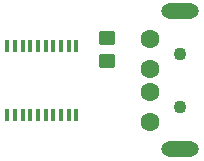
<source format=gbr>
%TF.GenerationSoftware,KiCad,Pcbnew,7.0.9-7.0.9~ubuntu22.04.1*%
%TF.CreationDate,2023-11-27T09:49:11+01:00*%
%TF.ProjectId,pcb,7063622e-6b69-4636-9164-5f7063625858,rev?*%
%TF.SameCoordinates,Original*%
%TF.FileFunction,Soldermask,Top*%
%TF.FilePolarity,Negative*%
%FSLAX46Y46*%
G04 Gerber Fmt 4.6, Leading zero omitted, Abs format (unit mm)*
G04 Created by KiCad (PCBNEW 7.0.9-7.0.9~ubuntu22.04.1) date 2023-11-27 09:49:11*
%MOMM*%
%LPD*%
G01*
G04 APERTURE LIST*
G04 Aperture macros list*
%AMRoundRect*
0 Rectangle with rounded corners*
0 $1 Rounding radius*
0 $2 $3 $4 $5 $6 $7 $8 $9 X,Y pos of 4 corners*
0 Add a 4 corners polygon primitive as box body*
4,1,4,$2,$3,$4,$5,$6,$7,$8,$9,$2,$3,0*
0 Add four circle primitives for the rounded corners*
1,1,$1+$1,$2,$3*
1,1,$1+$1,$4,$5*
1,1,$1+$1,$6,$7*
1,1,$1+$1,$8,$9*
0 Add four rect primitives between the rounded corners*
20,1,$1+$1,$2,$3,$4,$5,0*
20,1,$1+$1,$4,$5,$6,$7,0*
20,1,$1+$1,$6,$7,$8,$9,0*
20,1,$1+$1,$8,$9,$2,$3,0*%
G04 Aperture macros list end*
%ADD10R,0.400000X1.000000*%
%ADD11RoundRect,0.250000X-0.450000X0.350000X-0.450000X-0.350000X0.450000X-0.350000X0.450000X0.350000X0*%
%ADD12C,1.100000*%
%ADD13C,1.600000*%
%ADD14O,3.200000X1.300000*%
G04 APERTURE END LIST*
D10*
%TO.C,ch32v003f4p6*%
X131199999Y-96550000D03*
X130549999Y-96550000D03*
X129899999Y-96550000D03*
X129249999Y-96550000D03*
X128599999Y-96550000D03*
X127949999Y-96550000D03*
X127299999Y-96550000D03*
X126649999Y-96550000D03*
X125999999Y-96550000D03*
X125349999Y-96550000D03*
X125349999Y-102350000D03*
X125999999Y-102350000D03*
X126649999Y-102350000D03*
X127299999Y-102350000D03*
X127949999Y-102350000D03*
X128599999Y-102350000D03*
X129249999Y-102350000D03*
X129899999Y-102350000D03*
X130549999Y-102350000D03*
X131199999Y-102350000D03*
%TD*%
D11*
%TO.C,R1*%
X133800000Y-95850000D03*
X133800000Y-97850000D03*
%TD*%
D12*
%TO.C,J1*%
X140000000Y-97200000D03*
X140000000Y-101700000D03*
D13*
X137400000Y-95950000D03*
X137400000Y-98450000D03*
X137400000Y-100450000D03*
X137400000Y-102950000D03*
D14*
X140000000Y-93600000D03*
X140000000Y-105300000D03*
%TD*%
M02*

</source>
